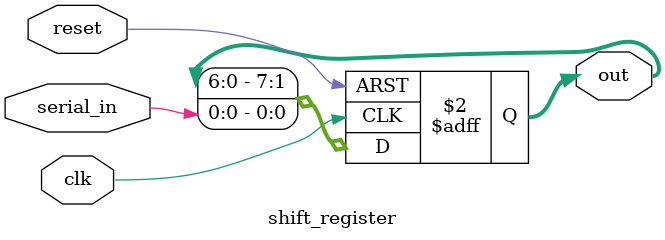
<source format=sv>
module shift_register
    #(parameter     N=8)
    (input logic clk, reset, serial_in,
    output logic [N-1:0] out);

    always_ff@(posedge clk, posedge reset) begin
        if (reset)
            out <= 0;
        else 
            out <= {out[N-2:0], serial_in};     
    end

endmodule

</source>
